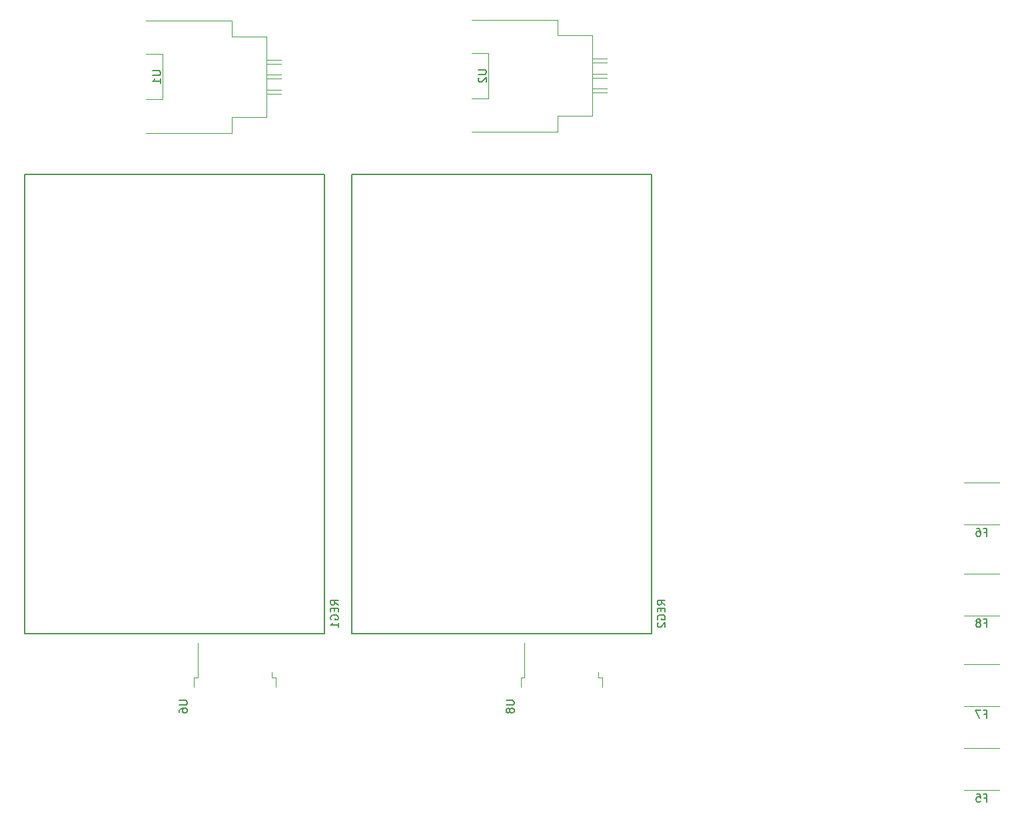
<source format=gbr>
G04 #@! TF.GenerationSoftware,KiCad,Pcbnew,(5.0.1)-3*
G04 #@! TF.CreationDate,2018-11-05T16:43:38-06:00*
G04 #@! TF.ProjectId,power_board,706F7765725F626F6172642E6B696361,rev?*
G04 #@! TF.SameCoordinates,Original*
G04 #@! TF.FileFunction,Legend,Bot*
G04 #@! TF.FilePolarity,Positive*
%FSLAX46Y46*%
G04 Gerber Fmt 4.6, Leading zero omitted, Abs format (unit mm)*
G04 Created by KiCad (PCBNEW (5.0.1)-3) date 11/5/2018 4:43:38 PM*
%MOMM*%
%LPD*%
G01*
G04 APERTURE LIST*
%ADD10C,0.150000*%
%ADD11C,0.120000*%
G04 APERTURE END LIST*
D10*
G04 #@! TO.C,REG2*
X144907000Y-128778000D02*
X133985000Y-128778000D01*
X171069000Y-128778000D02*
X160147000Y-128778000D01*
X144907000Y-70358000D02*
X133985000Y-70358000D01*
X171069000Y-70358000D02*
X160147000Y-70358000D01*
X171577000Y-128778000D02*
X170307000Y-128778000D01*
X171577000Y-128778000D02*
X171577000Y-70358000D01*
X171577000Y-70358000D02*
X170307000Y-70358000D01*
X133477000Y-128778000D02*
X134747000Y-128778000D01*
X134747000Y-128778000D02*
X133477000Y-128778000D01*
X133477000Y-128778000D02*
X133477000Y-70358000D01*
X133477000Y-70358000D02*
X134747000Y-70358000D01*
X144907000Y-70358000D02*
X160147000Y-70358000D01*
X144907000Y-128778000D02*
X160147000Y-128778000D01*
D11*
G04 #@! TO.C,F7*
X211324748Y-132712000D02*
X215732252Y-132712000D01*
X211324748Y-138052000D02*
X215732252Y-138052000D01*
G04 #@! TO.C,F8*
X211324748Y-126495000D02*
X215732252Y-126495000D01*
X211324748Y-121155000D02*
X215732252Y-121155000D01*
G04 #@! TO.C,F6*
X211324748Y-109598000D02*
X215732252Y-109598000D01*
X211324748Y-114938000D02*
X215732252Y-114938000D01*
G04 #@! TO.C,F5*
X211324748Y-148720000D02*
X215732252Y-148720000D01*
X211324748Y-143380000D02*
X215732252Y-143380000D01*
G04 #@! TO.C,U6*
X113918000Y-134399000D02*
X113418000Y-134399000D01*
X113918000Y-129974000D02*
X113918000Y-134399000D01*
X113418000Y-134399000D02*
X113418000Y-135599000D01*
X123818000Y-134399000D02*
X123418000Y-134399000D01*
X123818000Y-135599000D02*
X123818000Y-134399000D01*
X123318000Y-134399000D02*
X123418000Y-134399000D01*
X123318000Y-133699000D02*
X123318000Y-134399000D01*
G04 #@! TO.C,U8*
X164847000Y-133699000D02*
X164847000Y-134399000D01*
X164847000Y-134399000D02*
X164947000Y-134399000D01*
X165347000Y-135599000D02*
X165347000Y-134399000D01*
X165347000Y-134399000D02*
X164947000Y-134399000D01*
X154947000Y-134399000D02*
X154947000Y-135599000D01*
X155447000Y-129974000D02*
X155447000Y-134399000D01*
X155447000Y-134399000D02*
X154947000Y-134399000D01*
D10*
G04 #@! TO.C,REG1*
X103378000Y-128778000D02*
X118618000Y-128778000D01*
X103378000Y-70358000D02*
X118618000Y-70358000D01*
X91948000Y-70358000D02*
X93218000Y-70358000D01*
X91948000Y-128778000D02*
X91948000Y-70358000D01*
X93218000Y-128778000D02*
X91948000Y-128778000D01*
X91948000Y-128778000D02*
X93218000Y-128778000D01*
X130048000Y-70358000D02*
X128778000Y-70358000D01*
X130048000Y-128778000D02*
X130048000Y-70358000D01*
X130048000Y-128778000D02*
X128778000Y-128778000D01*
X129540000Y-70358000D02*
X118618000Y-70358000D01*
X103378000Y-70358000D02*
X92456000Y-70358000D01*
X129540000Y-128778000D02*
X118618000Y-128778000D01*
X103378000Y-128778000D02*
X92456000Y-128778000D01*
D11*
G04 #@! TO.C,U1*
X122633000Y-60124000D02*
X124513000Y-60124000D01*
X122633000Y-58214000D02*
X124513000Y-58214000D01*
X122633000Y-56304000D02*
X124513000Y-56304000D01*
X122633000Y-55794000D02*
X124513000Y-55794000D01*
X122633000Y-57704000D02*
X124513000Y-57704000D01*
X122633000Y-59614000D02*
X124513000Y-59614000D01*
X122633000Y-63079000D02*
X118233000Y-63079000D01*
X122633000Y-52839000D02*
X118233000Y-52839000D01*
X122633000Y-63079000D02*
X122633000Y-52839000D01*
X109393000Y-55079000D02*
X109393000Y-60839000D01*
X109393000Y-55079000D02*
X107313000Y-55079000D01*
X109393000Y-60839000D02*
X107313000Y-60839000D01*
X118233000Y-52839000D02*
X118233000Y-50839000D01*
X118233000Y-63079000D02*
X118233000Y-65079000D01*
X118233000Y-50839000D02*
X107313000Y-50839000D01*
X118233000Y-65079000D02*
X107313000Y-65079000D01*
G04 #@! TO.C,U2*
X159640000Y-64939000D02*
X148720000Y-64939000D01*
X159640000Y-50699000D02*
X148720000Y-50699000D01*
X159640000Y-62939000D02*
X159640000Y-64939000D01*
X159640000Y-52699000D02*
X159640000Y-50699000D01*
X150800000Y-60699000D02*
X148720000Y-60699000D01*
X150800000Y-54939000D02*
X148720000Y-54939000D01*
X150800000Y-54939000D02*
X150800000Y-60699000D01*
X164040000Y-62939000D02*
X164040000Y-52699000D01*
X164040000Y-52699000D02*
X159640000Y-52699000D01*
X164040000Y-62939000D02*
X159640000Y-62939000D01*
X164040000Y-59474000D02*
X165920000Y-59474000D01*
X164040000Y-57564000D02*
X165920000Y-57564000D01*
X164040000Y-55654000D02*
X165920000Y-55654000D01*
X164040000Y-56164000D02*
X165920000Y-56164000D01*
X164040000Y-58074000D02*
X165920000Y-58074000D01*
X164040000Y-59984000D02*
X165920000Y-59984000D01*
G04 #@! TO.C,REG2*
D10*
X173299380Y-125118952D02*
X172823190Y-124785619D01*
X173299380Y-124547523D02*
X172299380Y-124547523D01*
X172299380Y-124928476D01*
X172347000Y-125023714D01*
X172394619Y-125071333D01*
X172489857Y-125118952D01*
X172632714Y-125118952D01*
X172727952Y-125071333D01*
X172775571Y-125023714D01*
X172823190Y-124928476D01*
X172823190Y-124547523D01*
X172775571Y-125547523D02*
X172775571Y-125880857D01*
X173299380Y-126023714D02*
X173299380Y-125547523D01*
X172299380Y-125547523D01*
X172299380Y-126023714D01*
X172347000Y-126976095D02*
X172299380Y-126880857D01*
X172299380Y-126738000D01*
X172347000Y-126595142D01*
X172442238Y-126499904D01*
X172537476Y-126452285D01*
X172727952Y-126404666D01*
X172870809Y-126404666D01*
X173061285Y-126452285D01*
X173156523Y-126499904D01*
X173251761Y-126595142D01*
X173299380Y-126738000D01*
X173299380Y-126833238D01*
X173251761Y-126976095D01*
X173204142Y-127023714D01*
X172870809Y-127023714D01*
X172870809Y-126833238D01*
X172394619Y-127404666D02*
X172347000Y-127452285D01*
X172299380Y-127547523D01*
X172299380Y-127785619D01*
X172347000Y-127880857D01*
X172394619Y-127928476D01*
X172489857Y-127976095D01*
X172585095Y-127976095D01*
X172727952Y-127928476D01*
X173299380Y-127357047D01*
X173299380Y-127976095D01*
G04 #@! TO.C,F7*
X213861833Y-138990571D02*
X214195166Y-138990571D01*
X214195166Y-139514380D02*
X214195166Y-138514380D01*
X213718976Y-138514380D01*
X213433261Y-138514380D02*
X212766595Y-138514380D01*
X213195166Y-139514380D01*
G04 #@! TO.C,F8*
X213861833Y-127433571D02*
X214195166Y-127433571D01*
X214195166Y-127957380D02*
X214195166Y-126957380D01*
X213718976Y-126957380D01*
X213195166Y-127385952D02*
X213290404Y-127338333D01*
X213338023Y-127290714D01*
X213385642Y-127195476D01*
X213385642Y-127147857D01*
X213338023Y-127052619D01*
X213290404Y-127005000D01*
X213195166Y-126957380D01*
X213004690Y-126957380D01*
X212909452Y-127005000D01*
X212861833Y-127052619D01*
X212814214Y-127147857D01*
X212814214Y-127195476D01*
X212861833Y-127290714D01*
X212909452Y-127338333D01*
X213004690Y-127385952D01*
X213195166Y-127385952D01*
X213290404Y-127433571D01*
X213338023Y-127481190D01*
X213385642Y-127576428D01*
X213385642Y-127766904D01*
X213338023Y-127862142D01*
X213290404Y-127909761D01*
X213195166Y-127957380D01*
X213004690Y-127957380D01*
X212909452Y-127909761D01*
X212861833Y-127862142D01*
X212814214Y-127766904D01*
X212814214Y-127576428D01*
X212861833Y-127481190D01*
X212909452Y-127433571D01*
X213004690Y-127385952D01*
G04 #@! TO.C,F6*
X213861833Y-115876571D02*
X214195166Y-115876571D01*
X214195166Y-116400380D02*
X214195166Y-115400380D01*
X213718976Y-115400380D01*
X212909452Y-115400380D02*
X213099928Y-115400380D01*
X213195166Y-115448000D01*
X213242785Y-115495619D01*
X213338023Y-115638476D01*
X213385642Y-115828952D01*
X213385642Y-116209904D01*
X213338023Y-116305142D01*
X213290404Y-116352761D01*
X213195166Y-116400380D01*
X213004690Y-116400380D01*
X212909452Y-116352761D01*
X212861833Y-116305142D01*
X212814214Y-116209904D01*
X212814214Y-115971809D01*
X212861833Y-115876571D01*
X212909452Y-115828952D01*
X213004690Y-115781333D01*
X213195166Y-115781333D01*
X213290404Y-115828952D01*
X213338023Y-115876571D01*
X213385642Y-115971809D01*
G04 #@! TO.C,F5*
X213861833Y-149658571D02*
X214195166Y-149658571D01*
X214195166Y-150182380D02*
X214195166Y-149182380D01*
X213718976Y-149182380D01*
X212861833Y-149182380D02*
X213338023Y-149182380D01*
X213385642Y-149658571D01*
X213338023Y-149610952D01*
X213242785Y-149563333D01*
X213004690Y-149563333D01*
X212909452Y-149610952D01*
X212861833Y-149658571D01*
X212814214Y-149753809D01*
X212814214Y-149991904D01*
X212861833Y-150087142D01*
X212909452Y-150134761D01*
X213004690Y-150182380D01*
X213242785Y-150182380D01*
X213338023Y-150134761D01*
X213385642Y-150087142D01*
G04 #@! TO.C,U6*
X111570380Y-137287095D02*
X112379904Y-137287095D01*
X112475142Y-137334714D01*
X112522761Y-137382333D01*
X112570380Y-137477571D01*
X112570380Y-137668047D01*
X112522761Y-137763285D01*
X112475142Y-137810904D01*
X112379904Y-137858523D01*
X111570380Y-137858523D01*
X111570380Y-138763285D02*
X111570380Y-138572809D01*
X111618000Y-138477571D01*
X111665619Y-138429952D01*
X111808476Y-138334714D01*
X111998952Y-138287095D01*
X112379904Y-138287095D01*
X112475142Y-138334714D01*
X112522761Y-138382333D01*
X112570380Y-138477571D01*
X112570380Y-138668047D01*
X112522761Y-138763285D01*
X112475142Y-138810904D01*
X112379904Y-138858523D01*
X112141809Y-138858523D01*
X112046571Y-138810904D01*
X111998952Y-138763285D01*
X111951333Y-138668047D01*
X111951333Y-138477571D01*
X111998952Y-138382333D01*
X112046571Y-138334714D01*
X112141809Y-138287095D01*
G04 #@! TO.C,U8*
X153099380Y-137287095D02*
X153908904Y-137287095D01*
X154004142Y-137334714D01*
X154051761Y-137382333D01*
X154099380Y-137477571D01*
X154099380Y-137668047D01*
X154051761Y-137763285D01*
X154004142Y-137810904D01*
X153908904Y-137858523D01*
X153099380Y-137858523D01*
X153527952Y-138477571D02*
X153480333Y-138382333D01*
X153432714Y-138334714D01*
X153337476Y-138287095D01*
X153289857Y-138287095D01*
X153194619Y-138334714D01*
X153147000Y-138382333D01*
X153099380Y-138477571D01*
X153099380Y-138668047D01*
X153147000Y-138763285D01*
X153194619Y-138810904D01*
X153289857Y-138858523D01*
X153337476Y-138858523D01*
X153432714Y-138810904D01*
X153480333Y-138763285D01*
X153527952Y-138668047D01*
X153527952Y-138477571D01*
X153575571Y-138382333D01*
X153623190Y-138334714D01*
X153718428Y-138287095D01*
X153908904Y-138287095D01*
X154004142Y-138334714D01*
X154051761Y-138382333D01*
X154099380Y-138477571D01*
X154099380Y-138668047D01*
X154051761Y-138763285D01*
X154004142Y-138810904D01*
X153908904Y-138858523D01*
X153718428Y-138858523D01*
X153623190Y-138810904D01*
X153575571Y-138763285D01*
X153527952Y-138668047D01*
G04 #@! TO.C,REG1*
X131770380Y-125118952D02*
X131294190Y-124785619D01*
X131770380Y-124547523D02*
X130770380Y-124547523D01*
X130770380Y-124928476D01*
X130818000Y-125023714D01*
X130865619Y-125071333D01*
X130960857Y-125118952D01*
X131103714Y-125118952D01*
X131198952Y-125071333D01*
X131246571Y-125023714D01*
X131294190Y-124928476D01*
X131294190Y-124547523D01*
X131246571Y-125547523D02*
X131246571Y-125880857D01*
X131770380Y-126023714D02*
X131770380Y-125547523D01*
X130770380Y-125547523D01*
X130770380Y-126023714D01*
X130818000Y-126976095D02*
X130770380Y-126880857D01*
X130770380Y-126738000D01*
X130818000Y-126595142D01*
X130913238Y-126499904D01*
X131008476Y-126452285D01*
X131198952Y-126404666D01*
X131341809Y-126404666D01*
X131532285Y-126452285D01*
X131627523Y-126499904D01*
X131722761Y-126595142D01*
X131770380Y-126738000D01*
X131770380Y-126833238D01*
X131722761Y-126976095D01*
X131675142Y-127023714D01*
X131341809Y-127023714D01*
X131341809Y-126833238D01*
X131770380Y-127976095D02*
X131770380Y-127404666D01*
X131770380Y-127690380D02*
X130770380Y-127690380D01*
X130913238Y-127595142D01*
X131008476Y-127499904D01*
X131056095Y-127404666D01*
G04 #@! TO.C,U1*
X108165380Y-57197095D02*
X108974904Y-57197095D01*
X109070142Y-57244714D01*
X109117761Y-57292333D01*
X109165380Y-57387571D01*
X109165380Y-57578047D01*
X109117761Y-57673285D01*
X109070142Y-57720904D01*
X108974904Y-57768523D01*
X108165380Y-57768523D01*
X109165380Y-58768523D02*
X109165380Y-58197095D01*
X109165380Y-58482809D02*
X108165380Y-58482809D01*
X108308238Y-58387571D01*
X108403476Y-58292333D01*
X108451095Y-58197095D01*
G04 #@! TO.C,U2*
X149572380Y-57057095D02*
X150381904Y-57057095D01*
X150477142Y-57104714D01*
X150524761Y-57152333D01*
X150572380Y-57247571D01*
X150572380Y-57438047D01*
X150524761Y-57533285D01*
X150477142Y-57580904D01*
X150381904Y-57628523D01*
X149572380Y-57628523D01*
X149667619Y-58057095D02*
X149620000Y-58104714D01*
X149572380Y-58199952D01*
X149572380Y-58438047D01*
X149620000Y-58533285D01*
X149667619Y-58580904D01*
X149762857Y-58628523D01*
X149858095Y-58628523D01*
X150000952Y-58580904D01*
X150572380Y-58009476D01*
X150572380Y-58628523D01*
G04 #@! TD*
M02*

</source>
